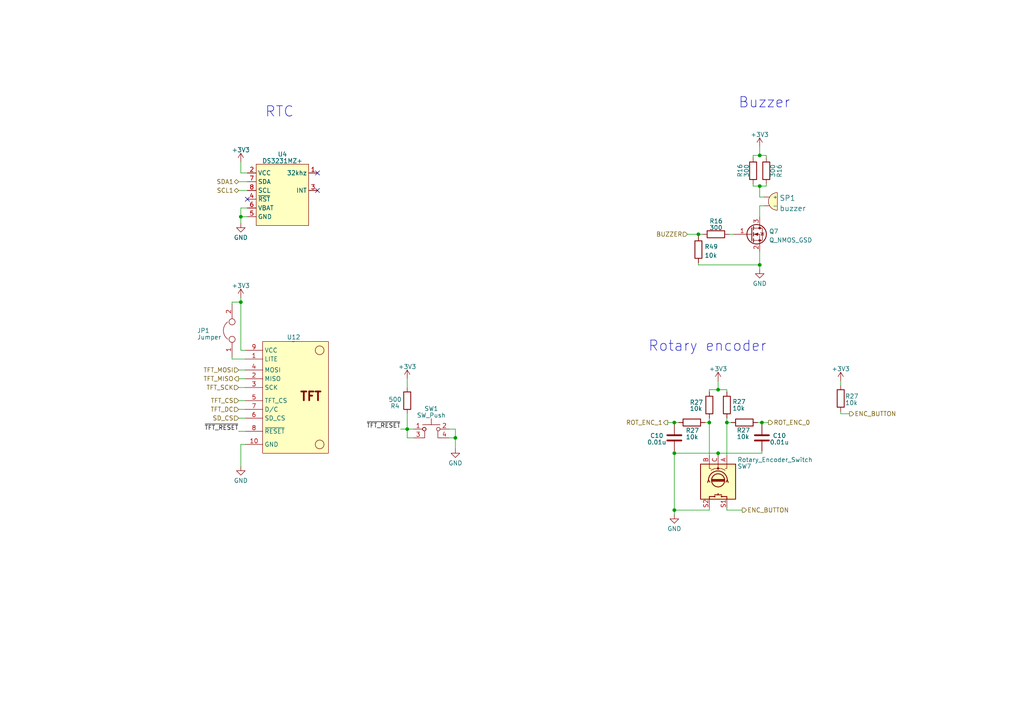
<source format=kicad_sch>
(kicad_sch (version 20230121) (generator eeschema)
  (paper "A4")
  (title_block (title "eOPRA Switch / Stimulation Controller") (date "2023-08-01") (rev "1.0") (company "Massachusetts Institute of Technology / MIT Media Lab"))
  (lib_symbols
    (symbol "0.power-symbols:+3.3V" (power) (pin_names (offset 0))
      (property "Value" "+3.3V" (at 0 3.556 0))
      (symbol "+3.3V_0_1"
        (polyline (pts (xy -0.762 1.27) (xy 0 2.54)))
        (polyline (pts (xy 0 0) (xy 0 2.54)))
        (polyline (pts (xy 0 2.54) (xy 0.762 1.27)))
      )
      (symbol "+3.3V_1_1"
        (pin power_in line (at 0 0 90) (length 0) hide (name "+3V3") (number "1"))
      )
    )
    (symbol "0.power-symbols:GND" (power) (pin_names (offset 0))
      (property "Value" "GND" (at 0 -3.81 0))
      (symbol "GND_0_1"
        (polyline (pts (xy 0 0) (xy 0 -1.27) (xy 1.27 -1.27) (xy 0 -2.54) (xy -1.27 -1.27) (xy 0 -1.27)))
      )
      (symbol "GND_1_1"
        (pin power_in line (at 0 0 270) (length 0) hide (name "GND") (number "1"))
      )
    )
    (symbol "1.semi.discrete:Q_NMOS_GSD" (pin_names (offset 0) hide)
      (property "Reference" "Q" (at 5.08 1.27 0))
      (property "Value" "Q_NMOS_GSD" (at 5.08 -1.27 0))
      (symbol "Q_NMOS_GSD_0_1"
        (polyline (pts (xy 0.0508 0) (xy 0.254 0)))
        (polyline (pts (xy 0.762 -1.778) (xy 2.54 -1.778)))
        (polyline (pts (xy 0.762 -1.27) (xy 0.762 -2.286)) (stroke (width 0.254)))
        (polyline (pts (xy 0.762 0) (xy 2.54 0)))
        (polyline (pts (xy 0.762 0.508) (xy 0.762 -0.508)) (stroke (width 0.254)))
        (polyline (pts (xy 0.762 1.778) (xy 2.54 1.778)))
        (polyline (pts (xy 0.762 2.286) (xy 0.762 1.27)) (stroke (width 0.254)))
        (polyline (pts (xy 2.54 -1.778) (xy 2.54 -2.54)))
        (polyline (pts (xy 2.54 -1.778) (xy 2.54 0)))
        (polyline (pts (xy 2.54 2.54) (xy 2.54 1.778)))
        (polyline (pts (xy 0.254 1.905) (xy 0.254 -1.905) (xy 0.254 -1.905)) (stroke (width 0.254)))
        (polyline (pts (xy 1.016 0) (xy 2.032 0.381) (xy 2.032 -0.381) (xy 1.016 0)) (fill (type outline)))
        (polyline (pts (xy 2.54 -1.778) (xy 3.302 -1.778) (xy 3.302 1.778) (xy 2.54 1.778)))
        (polyline (pts (xy 2.794 0.508) (xy 2.921 0.381) (xy 3.683 0.381) (xy 3.81 0.254)))
        (polyline (pts (xy 3.302 0.381) (xy 2.921 -0.254) (xy 3.683 -0.254) (xy 3.302 0.381)))
        (circle (center 1.651 0) (radius 2.8194) (stroke (width 0.254)))
        (circle (center 2.54 -1.778) (radius 0.2794) (fill (type outline)))
        (circle (center 2.54 1.778) (radius 0.2794) (fill (type outline)))
      )
      (symbol "Q_NMOS_GSD_1_1"
        (pin input line (at -5.08 0 0) (length 5.08) (name "G") (number "1"))
        (pin passive line (at 2.54 -5.08 90) (length 2.54) (name "S") (number "2"))
        (pin passive line (at 2.54 5.08 270) (length 2.54) (name "D") (number "3"))
      )
    )
    (symbol "1.semi.ic.sensor:DS3231MZ+"
      (property "Reference" "U" (at -7.62 3.81 0))
      (property "Value" "DS3231MZ+" (at -7.62 1.27 0))
      (symbol "DS3231MZ+_1_1"
        (rectangle (start -7.62 0) (end 7.62 -17.78) (fill (type background)))
        (pin output line (at 10.16 -2.54 180) (length 2.54) (name "32khz") (number "1"))
        (pin power_in line (at -10.16 -2.54 0) (length 2.54) (name "VCC") (number "2"))
        (pin output line (at 10.16 -7.62 180) (length 2.54) (name "INT") (number "3"))
        (pin input line (at -10.16 -10.16 0) (length 2.54) (name "~{RST}") (number "4"))
        (pin power_in line (at -10.16 -15.24 0) (length 2.54) (name "GND") (number "5"))
        (pin power_in line (at -10.16 -12.7 0) (length 2.54) (name "VBAT") (number "6"))
        (pin bidirectional line (at -10.16 -5.08 0) (length 2.54) (name "SDA") (number "7"))
        (pin bidirectional line (at -10.16 -7.62 0) (length 2.54) (name "SCL") (number "8"))
      )
    )
    (symbol "1.semi.opto.display:1-8_TFT_ADA"
      (property "Reference" "U" (at 0 1.27 0))
      (symbol "1-8_TFT_ADA_1_1"
        (rectangle (start -8.89 0) (end 10.16 -32.385) (fill (type background)))
        (circle (center 7.62 -29.845) (radius 1.27))
        (circle (center 7.62 -2.54) (radius 1.27))
        (text "TFT" (at 5.08 -15.875 0) (effects (font (size 2.54 2.54) bold)))
        (pin input line (at -13.97 -5.08 0) (length 5.08) (name "LITE") (number "1"))
        (pin power_in line (at -13.97 -29.845 0) (length 5.08) (name "GND") (number "10"))
        (pin output line (at -13.97 -10.795 0) (length 5.08) (name "MISO") (number "2"))
        (pin bidirectional line (at -13.97 -13.335 0) (length 5.08) (name "SCK") (number "3"))
        (pin input line (at -13.97 -8.255 0) (length 5.08) (name "MOSI") (number "4"))
        (pin input line (at -13.97 -17.145 0) (length 5.08) (name "TFT_CS") (number "5"))
        (pin bidirectional line (at -13.97 -22.225 0) (length 5.08) (name "SD_CS") (number "6"))
        (pin input line (at -13.97 -19.685 0) (length 5.08) (name "D/C") (number "7"))
        (pin input line (at -13.97 -26.035 0) (length 5.08) (name "~{RESET}") (number "8"))
        (pin power_in line (at -13.97 -2.54 0) (length 5.08) (name "VCC") (number "9"))
      )
    )
    (symbol "2.passive:C" (pin_numbers hide) (pin_names (offset 0.254))
      (property "Reference" "C" (at 0.635 2.54 0))
      (property "Value" "C" (at 0.635 -2.54 0))
      (symbol "C_0_1"
        (polyline (pts (xy -2.032 -0.762) (xy 2.032 -0.762)) (stroke (width 0.508)))
        (polyline (pts (xy -2.032 0.762) (xy 2.032 0.762)) (stroke (width 0.508)))
      )
      (symbol "C_1_1"
        (pin passive line (at 0 3.81 270) (length 2.794) (name "~") (number "1"))
        (pin passive line (at 0 -3.81 90) (length 2.794) (name "~") (number "2"))
      )
    )
    (symbol "2.passive:Jumper" (pin_names (offset 0.762) hide)
      (property "Reference" "JP" (at 0 3.81 0))
      (property "Value" "Jumper" (at 0 -2.032 0))
      (symbol "Jumper_0_1"
        (circle (center -2.54 0) (radius 0.889))
        (arc (start 2.5146 1.27) (mid 0.0127 2.5097) (end -2.4892 1.27))
        (circle (center 2.54 0) (radius 0.889))
        (pin passive line (at -7.62 0 0) (length 4.191) (name "1") (number "1"))
        (pin passive line (at 7.62 0 180) (length 4.191) (name "2") (number "2"))
      )
    )
    (symbol "2.passive:R" (pin_numbers hide) (pin_names (offset 0))
      (property "Reference" "R" (at 2.032 0 90))
      (property "Value" "R" (at 0 0 90))
      (symbol "R_0_1"
        (rectangle (start -1.016 -2.54) (end 1.016 2.54) (stroke (width 0.254)))
      )
      (symbol "R_1_1"
        (pin passive line (at 0 3.81 270) (length 1.27) (name "~") (number "1"))
        (pin passive line (at 0 -3.81 90) (length 1.27) (name "~") (number "2"))
      )
    )
    (symbol "2.passive:Rotary_Encoder_Switch" (pin_names (offset 0.254) hide)
      (property "Reference" "SW" (at 0 6.604 0))
      (property "Value" "Rotary_Encoder_Switch" (at 0 -6.604 0))
      (symbol "Rotary_Encoder_Switch_0_1"
        (rectangle (start -5.08 5.08) (end 5.08 -5.08) (stroke (width 0.254)) (fill (type background)))
        (circle (center -3.81 0) (radius 0.254) (fill (type outline)))
        (circle (center -0.381 0) (radius 1.905) (stroke (width 0.254)))
        (arc (start -0.381 2.667) (mid -3.0988 -0.0635) (end -0.381 -2.794) (stroke (width 0.254)))
        (polyline (pts (xy -0.635 -1.778) (xy -0.635 1.778)) (stroke (width 0.254)))
        (polyline (pts (xy -0.381 -1.778) (xy -0.381 1.778)) (stroke (width 0.254)))
        (polyline (pts (xy -0.127 1.778) (xy -0.127 -1.778)) (stroke (width 0.254)))
        (polyline (pts (xy 3.81 0) (xy 3.429 0)) (stroke (width 0.254)))
        (polyline (pts (xy 3.81 1.016) (xy 3.81 -1.016)) (stroke (width 0.254)))
        (polyline (pts (xy -5.08 -2.54) (xy -3.81 -2.54) (xy -3.81 -2.032)))
        (polyline (pts (xy -5.08 2.54) (xy -3.81 2.54) (xy -3.81 2.032)))
        (polyline (pts (xy 0.254 -3.048) (xy -0.508 -2.794) (xy 0.127 -2.413)) (stroke (width 0.254)))
        (polyline (pts (xy 0.254 2.921) (xy -0.508 2.667) (xy 0.127 2.286)) (stroke (width 0.254)))
        (polyline (pts (xy 5.08 -2.54) (xy 4.318 -2.54) (xy 4.318 -1.016)) (stroke (width 0.254)))
        (polyline (pts (xy 5.08 2.54) (xy 4.318 2.54) (xy 4.318 1.016)) (stroke (width 0.254)))
        (polyline (pts (xy -5.08 0) (xy -3.81 0) (xy -3.81 -1.016) (xy -3.302 -2.032)))
        (polyline (pts (xy -4.318 0) (xy -3.81 0) (xy -3.81 1.016) (xy -3.302 2.032)))
        (circle (center 4.318 -1.016) (radius 0.127) (stroke (width 0.254)))
        (circle (center 4.318 1.016) (radius 0.127) (stroke (width 0.254)))
      )
      (symbol "Rotary_Encoder_Switch_1_1"
        (pin passive line (at -7.62 2.54 0) (length 2.54) (name "A") (number "A"))
        (pin passive line (at -7.62 -2.54 0) (length 2.54) (name "B") (number "B"))
        (pin passive line (at -7.62 0 0) (length 2.54) (name "C") (number "C"))
        (pin passive line (at 7.62 2.54 180) (length 2.54) (name "S1") (number "S1"))
        (pin passive line (at 7.62 -2.54 180) (length 2.54) (name "S2") (number "S2"))
      )
    )
    (symbol "3.electromechanical.audio:buzzer" (pin_numbers hide) (pin_names (offset 1.016))
      (property "Reference" "SP" (at 0 5.08 0))
      (property "Value" "buzzer" (at 0 3.81 0))
      (symbol "buzzer_0_1"
        (arc (start -2.54 1.27) (mid 0 -1.259) (end 2.54 1.27) (fill (type background)))
        (polyline (pts (xy -2.54 1.27) (xy 2.54 1.27)))
      )
      (symbol "buzzer_1_1"
        (pin passive line (at -1.27 -2.54 90) (length 1.4986) (name "+") (number "1"))
        (pin passive line (at 1.27 -2.54 90) (length 1.4986) (name "-") (number "2"))
      )
    )
    (symbol "3.electromechanical.switch:SW_Push" (pin_names (offset 1.016) hide)
      (property "Reference" "SW" (at 1.27 2.54 0))
      (property "Value" "SW_Push" (at 0 -3.81 0))
      (symbol "SW_Push_0_1"
        (circle (center -2.032 0) (radius 0.508))
        (circle (center -2.032 0) (radius 0.508))
        (polyline (pts (xy 0 1.27) (xy 0 3.048)))
        (polyline (pts (xy 2.54 1.27) (xy -2.54 1.27)))
        (polyline (pts (xy -2.54 -2.54) (xy -1.905 -2.54) (xy -1.905 -0.635)))
        (polyline (pts (xy 2.54 -2.54) (xy 1.905 -2.54) (xy 1.905 -0.635)))
        (circle (center 2.032 0) (radius 0.508))
        (pin input line (at -5.08 0 0) (length 2.54) (name "1") (number "1"))
        (pin input line (at 5.08 0 180) (length 2.54) (name "2") (number "2"))
      )
      (symbol "SW_Push_1_1"
        (pin passive line (at -5.08 -2.54 0) (length 2.54) (name "3") (number "3"))
        (pin passive line (at 5.08 -2.54 180) (length 2.54) (name "4") (number "4"))
      )
    )
  )
  (junction (at 202.565 67.945))
  (junction (at 220.345 53.975))
  (junction (at 195.58 122.555))
  (junction (at 69.85 87.63))
  (junction (at 210.82 122.555))
  (junction (at 220.98 122.555))
  (junction (at 220.345 76.835))
  (junction (at 195.58 131.445))
  (junction (at 118.11 124.46))
  (junction (at 69.85 62.865))
  (junction (at 208.28 113.03))
  (junction (at 132.08 127))
  (junction (at 195.58 147.955))
  (junction (at 205.74 122.555))
  (junction (at 208.28 131.445))
  (junction (at 220.345 45.085))
  (no_connect (at 92.075 50.165))
  (no_connect (at 71.755 57.785))
  (no_connect (at 92.075 55.245))
  (wire (pts (xy 220.345 53.975) (xy 222.25 53.975)))
  (wire (pts (xy 69.85 50.165) (xy 71.755 50.165)))
  (wire (pts (xy 69.85 87.63) (xy 69.85 101.6)))
  (wire (pts (xy 202.565 67.945) (xy 202.565 68.58)))
  (wire (pts (xy 120.015 127) (xy 118.11 127)))
  (wire (pts (xy 69.85 60.325) (xy 69.85 62.865)))
  (wire (pts (xy 69.215 118.745) (xy 71.12 118.745)))
  (wire (pts (xy 202.565 76.2) (xy 202.565 76.835)))
  (wire (pts (xy 69.215 109.855) (xy 71.12 109.855)))
  (wire (pts (xy 210.82 113.03) (xy 208.28 113.03)))
  (wire (pts (xy 195.58 131.445) (xy 208.28 131.445)))
  (wire (pts (xy 220.345 53.975) (xy 220.345 57.15)))
  (wire (pts (xy 205.74 113.665) (xy 205.74 113.03)))
  (wire (pts (xy 202.565 67.945) (xy 203.835 67.945)))
  (wire (pts (xy 222.25 53.975) (xy 222.25 53.34)))
  (wire (pts (xy 132.08 130.175) (xy 132.08 127)))
  (wire (pts (xy 69.85 86.36) (xy 69.85 87.63)))
  (wire (pts (xy 67.31 103.505) (xy 67.31 104.14)))
  (wire (pts (xy 205.74 147.955) (xy 205.74 147.32)))
  (wire (pts (xy 220.345 42.545) (xy 220.345 45.085)))
  (wire (pts (xy 205.74 113.03) (xy 208.28 113.03)))
  (wire (pts (xy 208.28 113.03) (xy 208.28 110.49)))
  (wire (pts (xy 210.82 122.555) (xy 210.82 132.08)))
  (wire (pts (xy 132.08 127) (xy 132.08 124.46)))
  (wire (pts (xy 196.85 122.555) (xy 195.58 122.555)))
  (wire (pts (xy 220.345 73.025) (xy 220.345 76.835)))
  (wire (pts (xy 212.09 122.555) (xy 210.82 122.555)))
  (wire (pts (xy 130.175 127) (xy 132.08 127)))
  (wire (pts (xy 202.565 76.835) (xy 220.345 76.835)))
  (wire (pts (xy 69.215 112.395) (xy 71.12 112.395)))
  (wire (pts (xy 222.25 45.085) (xy 222.25 45.72)))
  (wire (pts (xy 118.11 109.855) (xy 118.11 112.395)))
  (wire (pts (xy 69.85 62.865) (xy 71.755 62.865)))
  (wire (pts (xy 195.58 147.955) (xy 195.58 149.225)))
  (wire (pts (xy 116.205 124.46) (xy 118.11 124.46)))
  (wire (pts (xy 69.215 107.315) (xy 71.12 107.315)))
  (wire (pts (xy 208.28 131.445) (xy 208.28 132.08)))
  (wire (pts (xy 132.08 124.46) (xy 130.175 124.46)))
  (wire (pts (xy 205.74 122.555) (xy 205.74 132.08)))
  (wire (pts (xy 220.345 45.085) (xy 222.25 45.085)))
  (wire (pts (xy 210.82 121.285) (xy 210.82 122.555)))
  (wire (pts (xy 219.71 122.555) (xy 220.98 122.555)))
  (wire (pts (xy 211.455 67.945) (xy 212.725 67.945)))
  (wire (pts (xy 69.85 64.77) (xy 69.85 62.865)))
  (wire (pts (xy 69.85 135.255) (xy 69.85 128.905)))
  (wire (pts (xy 118.11 127) (xy 118.11 124.46)))
  (wire (pts (xy 220.345 59.69) (xy 220.345 62.865)))
  (wire (pts (xy 199.39 67.945) (xy 202.565 67.945)))
  (wire (pts (xy 69.215 55.245) (xy 71.755 55.245)))
  (wire (pts (xy 69.215 52.705) (xy 71.755 52.705)))
  (wire (pts (xy 69.85 128.905) (xy 71.12 128.905)))
  (wire (pts (xy 69.85 101.6) (xy 71.12 101.6)))
  (wire (pts (xy 208.28 131.445) (xy 220.98 131.445)))
  (wire (pts (xy 243.84 110.49) (xy 243.84 111.76)))
  (wire (pts (xy 118.11 124.46) (xy 120.015 124.46)))
  (wire (pts (xy 195.58 131.445) (xy 195.58 147.955)))
  (wire (pts (xy 220.98 122.555) (xy 222.885 122.555)))
  (wire (pts (xy 195.58 122.555) (xy 195.58 123.19)))
  (wire (pts (xy 118.11 120.015) (xy 118.11 124.46)))
  (wire (pts (xy 243.84 120.015) (xy 243.84 119.38)))
  (wire (pts (xy 205.74 121.285) (xy 205.74 122.555)))
  (wire (pts (xy 218.44 45.085) (xy 220.345 45.085)))
  (wire (pts (xy 205.74 122.555) (xy 204.47 122.555)))
  (wire (pts (xy 67.31 104.14) (xy 71.12 104.14)))
  (wire (pts (xy 67.31 87.63) (xy 69.85 87.63)))
  (wire (pts (xy 193.675 122.555) (xy 195.58 122.555)))
  (wire (pts (xy 220.98 122.555) (xy 220.98 123.19)))
  (wire (pts (xy 210.82 147.955) (xy 210.82 147.32)))
  (wire (pts (xy 195.58 130.81) (xy 195.58 131.445)))
  (wire (pts (xy 71.755 60.325) (xy 69.85 60.325)))
  (wire (pts (xy 220.345 59.69) (xy 221.615 59.69)))
  (wire (pts (xy 210.82 147.955) (xy 215.265 147.955)))
  (wire (pts (xy 69.215 121.285) (xy 71.12 121.285)))
  (wire (pts (xy 220.98 130.81) (xy 220.98 131.445)))
  (wire (pts (xy 218.44 53.975) (xy 220.345 53.975)))
  (wire (pts (xy 67.31 87.63) (xy 67.31 88.265)))
  (wire (pts (xy 218.44 53.975) (xy 218.44 53.34)))
  (wire (pts (xy 220.345 57.15) (xy 221.615 57.15)))
  (wire (pts (xy 195.58 147.955) (xy 205.74 147.955)))
  (wire (pts (xy 220.345 76.835) (xy 220.345 78.105)))
  (wire (pts (xy 210.82 113.665) (xy 210.82 113.03)))
  (wire (pts (xy 69.85 46.99) (xy 69.85 50.165)))
  (wire (pts (xy 69.215 116.205) (xy 71.12 116.205)))
  (wire (pts (xy 69.215 125.095) (xy 71.12 125.095)))
  (wire (pts (xy 218.44 45.085) (xy 218.44 45.72)))
  (wire (pts (xy 246.38 120.015) (xy 243.84 120.015)))
  (text "Rotary encoder" (at 187.96 102.235 0) (effects (font (size 3 3)) (justify left bottom)))
  (text "RTC" (at 76.835 34.29 0) (effects (font (size 3 3)) (justify left bottom)))
  (text "Buzzer\n" (at 214.122 31.623 0) (effects (font (size 3 3)) (justify left bottom)))
  (label "~{TFT_RESET}" (at 116.205 124.46 180))
  (label "~{TFT_RESET}" (at 69.215 125.095 180))
  (hierarchical_label "TFT_DC" (shape input) (at 69.215 118.745 180))
  (hierarchical_label "TFT_SCK" (shape input) (at 69.215 112.395 180))
  (hierarchical_label "TFT_CS" (shape input) (at 69.215 116.205 180))
  (hierarchical_label "TFT_MOSI" (shape input) (at 69.215 107.315 180))
  (hierarchical_label "SDA1" (shape bidirectional) (at 69.215 52.705 180))
  (hierarchical_label "ENC_BUTTON" (shape output) (at 246.38 120.015 0))
  (hierarchical_label "SCL1" (shape bidirectional) (at 69.215 55.245 180))
  (hierarchical_label "BUZZER" (shape input) (at 199.39 67.945 180))
  (hierarchical_label "SD_CS" (shape input) (at 69.215 121.285 180))
  (hierarchical_label "ROT_ENC_0" (shape output) (at 222.885 122.555 0))
  (hierarchical_label "ROT_ENC_1" (shape output) (at 193.675 122.555 180))
  (hierarchical_label "ENC_BUTTON" (shape output) (at 215.265 147.955 0))
  (hierarchical_label "TFT_MISO" (shape output) (at 69.215 109.855 180))
  (symbol (lib_id "2.passive:R") (at 215.9 122.555 90) (unit 1)
    (property "Reference" "R27" (at 213.6775 124.7775 90) (effects (justify right)))
    (property "Value" "10k" (at 213.6775 126.6825 90) (effects (justify right)))
    (property "Footprint" "2_Passives_Resistors_SMD_IPC:R_1608_603_B" (effects hide))
    (instances (project "eOPRA_interface" (path "" (reference "R27") (unit 1)) (path "" (reference "R75") (unit 1))))
  )
  (symbol (lib_id "2.passive:C") (at 220.98 127 0) (unit 1)
    (property "Reference" "C10" (at 226.06 126.349 0))
    (property "Value" "0.01u" (at 226.06 128.27 0))
    (property "Footprint" "2_Passives_Capacitors_SMD_IPC:C_1608_603_B" (effects hide))
    (instances (project "1.0" (path "" (reference "C10") (unit 1))) (project "eOPRA_interface" (path "" (reference "C18") (unit 1)) (path "" (reference "C26") (unit 1))))
  )
  (symbol (lib_id "0.power-symbols:GND") (at 220.345 78.105 0) (unit 1)
    (property "Reference" "#PWR03" (effects hide))
    (property "Value" "GND" (at 220.345 82.2405 0))
  )
  (symbol (lib_id "3.electromechanical.audio:buzzer") (at 224.155 58.42 270) (unit 1)
    (property "Reference" "SP1" (at 226.06 57.4438 90) (effects (font (size 1.524 1.524)) (justify left)))
    (property "Value" "buzzer" (at 226.06 60.4372 90) (effects (font (size 1.524 1.524)) (justify left)))
    (property "Footprint" "project_footprints:BUZZER" (effects hide))
  )
  (symbol (lib_id "0.power-symbols:+3.3V") (at 208.28 110.49 0) (unit 1)
    (property "Reference" "#PWR0101" (effects hide))
    (property "Value" "+3.3V" (at 208.28 106.9881 0))
  )
  (symbol (lib_id "1.semi.opto.display:1-8_TFT_ADA") (at 85.09 99.06 0) (unit 1)
    (property "Reference" "U12" (at 83.185 97.79 0) (effects (justify left)))
    (property "Value" "~" (at 85.09 99.06 0))
    (property "Footprint" "project_footprints:TFT_BOB" (effects hide))
  )
  (symbol (lib_id "3.electromechanical.switch:SW_Push") (at 125.095 124.46 0) (unit 1)
    (property "Reference" "SW1" (at 125.095 118.5291 0))
    (property "Value" "SW_Push" (at 125.095 120.4501 0))
    (property "Footprint" "project_footprints:TL3365AF180QG" (effects hide))
    (instances (project "eOPRA_interface" (path "" (reference "SW1") (unit 1)) (path "" (reference "SW4") (unit 1)) (path "" (reference "SW3") (unit 1))))
  )
  (symbol (lib_id "2.passive:R") (at 205.74 117.475 0) (unit 1)
    (property "Reference" "R27" (at 203.962 116.713 0) (effects (justify right)))
    (property "Value" "10k" (at 203.708 118.491 0) (effects (justify right)))
    (property "Footprint" "2_Passives_Resistors_SMD_IPC:R_1608_603_B" (effects hide))
    (instances (project "eOPRA_interface" (path "" (reference "R27") (unit 1)) (path "" (reference "R77") (unit 1))))
  )
  (symbol (lib_id "1.semi.ic.sensor:DS3231MZ+") (at 81.915 47.625 0) (unit 1)
    (property "Reference" "U4" (at 81.915 44.7421 0))
    (property "Value" "DS3231MZ+" (at 81.915 46.6631 0))
    (property "Footprint" "1_Semi_Misc:SOIC-8_3.9x4.9mm_P1.27mm" (effects hide))
  )
  (symbol (lib_id "0.power-symbols:+3.3V") (at 243.84 110.49 0) (unit 1)
    (property "Reference" "#PWR0102" (effects hide))
    (property "Value" "+3.3V" (at 243.84 106.9881 0))
  )
  (symbol (lib_id "1.semi.discrete:Q_NMOS_GSD") (at 217.805 67.945 0) (unit 1)
    (property "Reference" "Q7" (at 223.0374 67.1103 0) (effects (justify left)))
    (property "Value" "Q_NMOS_GSD" (at 223.0374 69.6472 0) (effects (justify left)))
    (property "Footprint" "1_Semi_TO_SOT:SOT-323FL" (effects hide))
    (instances (project "1.0" (path "" (reference "Q7") (unit 1))) (project "eOPRA_interface" (path "" (reference "Q3") (unit 1))))
  )
  (symbol (lib_id "2.passive:R") (at 118.11 116.205 0) (unit 1)
    (property "Reference" "R4" (at 114.5855 117.7925 0))
    (property "Value" "500" (at 114.5855 115.8715 0))
    (property "Footprint" "2_Passives_Resistors_SMD_IPC:R_1608_603_B" (effects hide))
    (instances (project "eOPRA_interface" (path "" (reference "R4") (unit 1)) (path "" (reference "R18") (unit 1))))
  )
  (symbol (lib_id "2.passive:C") (at 195.58 127 0) (unit 1)
    (property "Reference" "C10" (at 190.5 126.365 0))
    (property "Value" "0.01u" (at 190.5 128.27 0))
    (property "Footprint" "2_Passives_Capacitors_SMD_IPC:C_1608_603_B" (effects hide))
    (instances (project "1.0" (path "" (reference "C10") (unit 1))) (project "eOPRA_interface" (path "" (reference "C18") (unit 1)) (path "" (reference "C27") (unit 1))))
  )
  (symbol (lib_id "2.passive:R") (at 218.44 49.53 0) (unit 1)
    (property "Reference" "R16" (at 214.63 51.435 90) (effects (justify left)))
    (property "Value" "300" (at 216.535 51.435 90) (effects (justify left)))
    (property "Footprint" "2_Passives_Resistors_SMD_IPC:R_1608_603_B" (effects hide))
    (instances (project "1.0" (path "" (reference "R16") (unit 1)) (path "" (reference "R25") (unit 1)) (path "" (reference "R63") (unit 1))) (project "eOPRA_interface" (path "" (reference "R8") (unit 1))))
  )
  (symbol (lib_id "0.power-symbols:+3.3V") (at 220.345 42.545 0) (unit 1)
    (property "Reference" "#PWR076" (effects hide))
    (property "Value" "+3.3V" (at 220.345 39.0431 0))
  )
  (symbol (lib_id "2.passive:R") (at 207.645 67.945 270) (unit 1)
    (property "Reference" "R16" (at 205.74 64.135 90) (effects (justify left)))
    (property "Value" "300" (at 205.74 66.04 90) (effects (justify left)))
    (property "Footprint" "2_Passives_Resistors_SMD_IPC:R_1608_603_B" (effects hide))
    (instances (project "1.0" (path "" (reference "R16") (unit 1)) (path "" (reference "R25") (unit 1)) (path "" (reference "R63") (unit 1))) (project "eOPRA_interface" (path "" (reference "R7") (unit 1))))
  )
  (symbol (lib_id "2.passive:Jumper") (at 67.31 95.885 90) (unit 1)
    (property "Reference" "JP1" (at 57.15 95.885 90) (effects (justify right)))
    (property "Value" "Jumper" (at 57.15 97.806 90) (effects (justify right)))
    (property "Footprint" "0_misc:SolderJumper-2_P1.3mm_Open_RoundedPad1.0x1.5mm" (effects hide))
  )
  (symbol (lib_id "0.power-symbols:GND") (at 69.85 135.255 0) (unit 1)
    (property "Reference" "#PWR037" (effects hide))
    (property "Value" "GND" (at 69.85 139.3905 0))
  )
  (symbol (lib_id "2.passive:Rotary_Encoder_Switch") (at 208.28 139.7 270) (unit 1)
    (property "Reference" "SW7" (at 215.9 135.255 90))
    (property "Value" "Rotary_Encoder_Switch" (at 224.79 133.35 90))
    (property "Footprint" "project_footprints:PEC11S-929K-S0015" (effects hide))
    (property "Field4" "PEC11S-929K-S0015" (effects hide))
  )
  (symbol (lib_id "0.power-symbols:+3.3V") (at 69.85 86.36 0) (unit 1)
    (property "Reference" "#PWR038" (effects hide))
    (property "Value" "+3.3V" (at 69.85 82.8581 0))
  )
  (symbol (lib_id "0.power-symbols:GND") (at 132.08 130.175 0) (unit 1)
    (property "Reference" "#PWR040" (effects hide))
    (property "Value" "GND" (at 132.08 134.3105 0))
  )
  (symbol (lib_id "0.power-symbols:GND") (at 69.85 64.77 0) (unit 1)
    (property "Reference" "#PWR056" (effects hide))
    (property "Value" "GND" (at 69.85 68.9055 0))
  )
  (symbol (lib_id "0.power-symbols:+3.3V") (at 118.11 109.855 0) (unit 1)
    (property "Reference" "#PWR039" (effects hide))
    (property "Value" "+3.3V" (at 118.11 106.3531 0))
  )
  (symbol (lib_id "0.power-symbols:GND") (at 195.58 149.225 0) (unit 1)
    (property "Reference" "#PWR0100" (effects hide))
    (property "Value" "GND" (at 195.58 153.3605 0))
  )
  (symbol (lib_id "2.passive:R") (at 210.82 117.475 180) (unit 1)
    (property "Reference" "R27" (at 212.4075 116.5225 0) (effects (justify right)))
    (property "Value" "10k" (at 212.4075 118.4275 0) (effects (justify right)))
    (property "Footprint" "2_Passives_Resistors_SMD_IPC:R_1608_603_B" (effects hide))
    (instances (project "eOPRA_interface" (path "" (reference "R27") (unit 1)) (path "" (reference "R78") (unit 1))))
  )
  (symbol (lib_id "2.passive:R") (at 243.84 115.57 180) (unit 1)
    (property "Reference" "R27" (at 245.11 114.935 0) (effects (justify right)))
    (property "Value" "10k" (at 245.11 116.84 0) (effects (justify right)))
    (property "Footprint" "2_Passives_Resistors_SMD_IPC:R_1608_603_B" (effects hide))
    (instances (project "eOPRA_interface" (path "" (reference "R27") (unit 1)) (path "" (reference "R79") (unit 1))))
  )
  (symbol (lib_id "2.passive:R") (at 200.66 122.555 90) (unit 1)
    (property "Reference" "R27" (at 198.882 124.841 90) (effects (justify right)))
    (property "Value" "10k" (at 198.882 126.746 90) (effects (justify right)))
    (property "Footprint" "2_Passives_Resistors_SMD_IPC:R_1608_603_B" (effects hide))
    (instances (project "eOPRA_interface" (path "" (reference "R27") (unit 1)) (path "" (reference "R76") (unit 1))))
  )
  (symbol (lib_id "2.passive:R") (at 222.25 49.53 180) (unit 1)
    (property "Reference" "R16" (at 226.06 47.625 90) (effects (justify left)))
    (property "Value" "300" (at 224.155 47.625 90) (effects (justify left)))
    (property "Footprint" "2_Passives_Resistors_SMD_IPC:R_1608_603_B" (effects hide))
    (instances (project "1.0" (path "" (reference "R16") (unit 1)) (path "" (reference "R25") (unit 1)) (path "" (reference "R63") (unit 1))) (project "eOPRA_interface" (path "" (reference "R51") (unit 1))))
  )
  (symbol (lib_id "2.passive:R") (at 202.565 72.39 180) (unit 1)
    (property "Reference" "R49" (at 204.343 71.5553 0) (effects (justify right)))
    (property "Value" "10k" (at 204.343 74.0922 0) (effects (justify right)))
    (property "Footprint" "2_Passives_Resistors_SMD_IPC:R_1608_603_B" (effects hide))
    (instances (project "1.0" (path "" (reference "R49") (unit 1))) (project "eOPRA_interface" (path "" (reference "R6") (unit 1))))
  )
  (symbol (lib_id "0.power-symbols:+3.3V") (at 69.85 46.99 0) (unit 1)
    (property "Reference" "#PWR055" (effects hide))
    (property "Value" "+3.3V" (at 69.85 43.4881 0))
  )
)
</source>
